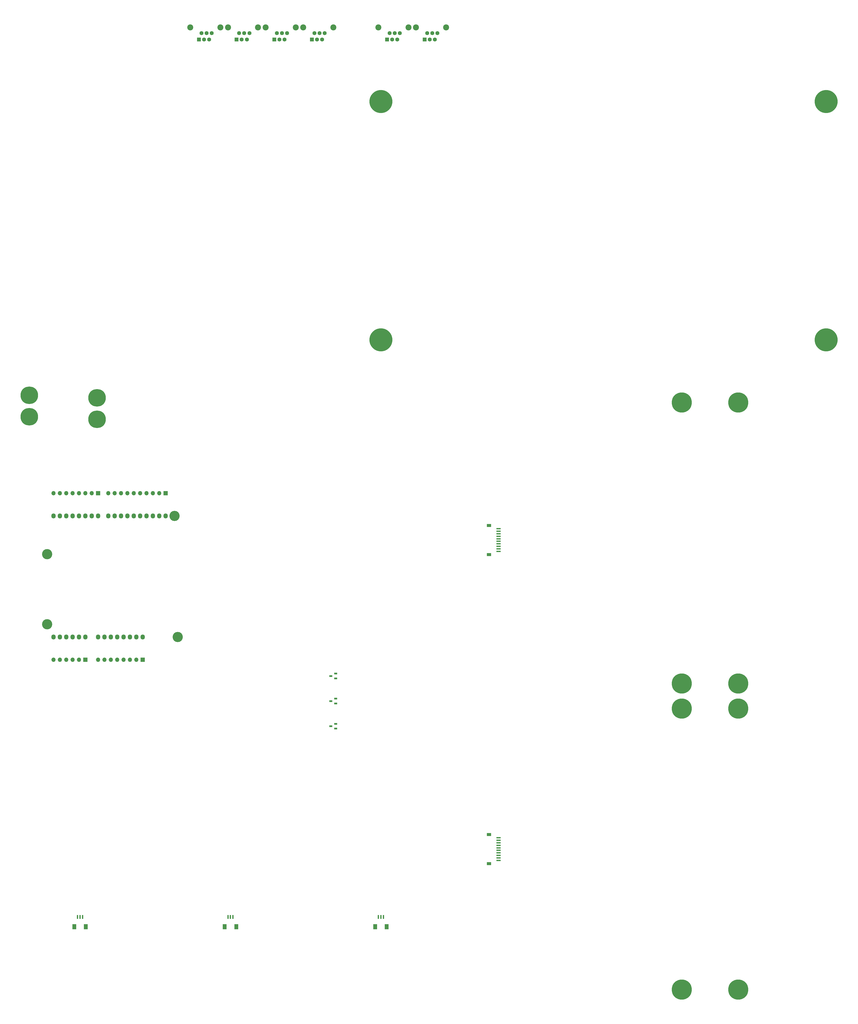
<source format=gts>
G04 #@! TF.GenerationSoftware,KiCad,Pcbnew,(5.1.9)-1*
G04 #@! TF.CreationDate,2022-01-25T19:13:17-07:00*
G04 #@! TF.ProjectId,Lifting_Mech_PCB_Mount,4c696674-696e-4675-9f4d-6563685f5043,rev?*
G04 #@! TF.SameCoordinates,Original*
G04 #@! TF.FileFunction,Soldermask,Top*
G04 #@! TF.FilePolarity,Negative*
%FSLAX46Y46*%
G04 Gerber Fmt 4.6, Leading zero omitted, Abs format (unit mm)*
G04 Created by KiCad (PCBNEW (5.1.9)-1) date 2022-01-25 19:13:17*
%MOMM*%
%LPD*%
G01*
G04 APERTURE LIST*
%ADD10C,8.000000*%
%ADD11C,7.000000*%
%ADD12R,0.600000X1.550000*%
%ADD13R,1.500000X2.000000*%
%ADD14R,1.250000X0.700000*%
%ADD15C,2.400000*%
%ADD16C,1.600000*%
%ADD17R,1.600000X1.600000*%
%ADD18O,1.727200X2.032000*%
%ADD19C,4.064000*%
%ADD20R,1.700000X0.600000*%
%ADD21R,1.800000X1.200000*%
%ADD22C,9.200000*%
%ADD23R,1.700000X1.700000*%
%ADD24O,1.700000X1.700000*%
G04 APERTURE END LIST*
D10*
X300000000Y-153000000D03*
D11*
X66798000Y-159685000D03*
X66798000Y-151135000D03*
X39748000Y-158685000D03*
X39748000Y-150135000D03*
D12*
X59000000Y-358062000D03*
X60000000Y-358062000D03*
X61000000Y-358062000D03*
D13*
X62300000Y-361938000D03*
X57700000Y-361938000D03*
D12*
X179000000Y-358062000D03*
X180000000Y-358062000D03*
X181000000Y-358062000D03*
D13*
X182300000Y-361938000D03*
X177700000Y-361938000D03*
D12*
X119000000Y-358062000D03*
X120000000Y-358062000D03*
X121000000Y-358062000D03*
D13*
X122300000Y-361938000D03*
X117700000Y-361938000D03*
D14*
X162000000Y-282950000D03*
X162000000Y-281050000D03*
X160000000Y-282000000D03*
X162000000Y-272950000D03*
X162000000Y-271050000D03*
X160000000Y-272000000D03*
X162000000Y-262950000D03*
X162000000Y-261050000D03*
X160000000Y-262000000D03*
D15*
X116000000Y-3430000D03*
X104000000Y-3430000D03*
D16*
X110510000Y-5730000D03*
X109490000Y-8270000D03*
X108470000Y-5730000D03*
D17*
X107450000Y-8270000D03*
D16*
X112550000Y-5730000D03*
X111530000Y-8270000D03*
D15*
X131000000Y-3430000D03*
X119000000Y-3430000D03*
D16*
X125510000Y-5730000D03*
X124490000Y-8270000D03*
X123470000Y-5730000D03*
D17*
X122450000Y-8270000D03*
D16*
X127550000Y-5730000D03*
X126530000Y-8270000D03*
D15*
X146000000Y-3430000D03*
X134000000Y-3430000D03*
D16*
X140510000Y-5730000D03*
X139490000Y-8270000D03*
X138470000Y-5730000D03*
D17*
X137450000Y-8270000D03*
D16*
X142550000Y-5730000D03*
X141530000Y-8270000D03*
D15*
X161000000Y-3430000D03*
X149000000Y-3430000D03*
D16*
X155510000Y-5730000D03*
X154490000Y-8270000D03*
X153470000Y-5730000D03*
D17*
X152450000Y-8270000D03*
D16*
X157550000Y-5730000D03*
X156530000Y-8270000D03*
D15*
X191000000Y-3430000D03*
X179000000Y-3430000D03*
D16*
X185510000Y-5730000D03*
X184490000Y-8270000D03*
X183470000Y-5730000D03*
D17*
X182450000Y-8270000D03*
D16*
X187550000Y-5730000D03*
X186530000Y-8270000D03*
D15*
X206000000Y-3430000D03*
X194000000Y-3430000D03*
D16*
X200510000Y-5730000D03*
X199490000Y-8270000D03*
X198470000Y-5730000D03*
D17*
X197450000Y-8270000D03*
D16*
X202550000Y-5730000D03*
X201530000Y-8270000D03*
D18*
X84968000Y-246485000D03*
X82428000Y-246485000D03*
X79888000Y-246485000D03*
X77348000Y-246485000D03*
X74808000Y-246485000D03*
X72268000Y-246485000D03*
X69728000Y-246485000D03*
X67188000Y-246485000D03*
X62108000Y-246485000D03*
X59568000Y-246485000D03*
X57028000Y-246485000D03*
X54488000Y-246485000D03*
X51948000Y-246485000D03*
X49408000Y-246485000D03*
X94112000Y-198225000D03*
X91572000Y-198225000D03*
X89032000Y-198225000D03*
X86492000Y-198225000D03*
X83952000Y-198225000D03*
X81412000Y-198225000D03*
X78872000Y-198225000D03*
X76332000Y-198225000D03*
X73792000Y-198225000D03*
X71252000Y-198225000D03*
X67188000Y-198225000D03*
X64648000Y-198225000D03*
X62108000Y-198225000D03*
X59568000Y-198225000D03*
X57028000Y-198225000D03*
X54488000Y-198225000D03*
X51948000Y-198225000D03*
X49408000Y-198225000D03*
D19*
X98938000Y-246485000D03*
X46868000Y-241405000D03*
X97668000Y-198225000D03*
X46868000Y-213465000D03*
D20*
X226938000Y-327500000D03*
X226938000Y-326500000D03*
X226937000Y-335500000D03*
X226937000Y-334500000D03*
X226937000Y-333500000D03*
X226937000Y-332500000D03*
X226937000Y-331500000D03*
X226937000Y-330500000D03*
X226937000Y-329500000D03*
X226937000Y-328500000D03*
D21*
X223062000Y-325200000D03*
X223062000Y-336800000D03*
X223062000Y-213600000D03*
X223062000Y-202000000D03*
D20*
X226937000Y-205300000D03*
X226937000Y-206300000D03*
X226937000Y-207300000D03*
X226937000Y-208300000D03*
X226937000Y-209300000D03*
X226937000Y-210300000D03*
X226937000Y-211300000D03*
X226937000Y-212300000D03*
X226938000Y-203300000D03*
X226938000Y-204300000D03*
D22*
X180000000Y-128000000D03*
X357500000Y-128000000D03*
X357500000Y-33000000D03*
X180000000Y-33000000D03*
D10*
X300000000Y-265000000D03*
X322500000Y-265000000D03*
X300000000Y-387000000D03*
X322500000Y-153000000D03*
X300000000Y-275000000D03*
X322500000Y-275000000D03*
X322500000Y-387000000D03*
D23*
X84968000Y-255530000D03*
D24*
X82428000Y-255530000D03*
X79888000Y-255530000D03*
X77348000Y-255530000D03*
X74808000Y-255530000D03*
X72268000Y-255530000D03*
X69728000Y-255530000D03*
X67188000Y-255530000D03*
D23*
X62108000Y-255530000D03*
D24*
X59568000Y-255530000D03*
X57028000Y-255530000D03*
X54488000Y-255530000D03*
X51948000Y-255530000D03*
X49408000Y-255530000D03*
D23*
X94112000Y-189180000D03*
D24*
X91572000Y-189180000D03*
X89032000Y-189180000D03*
X86492000Y-189180000D03*
X83952000Y-189180000D03*
X81412000Y-189180000D03*
X78872000Y-189180000D03*
X76332000Y-189180000D03*
X73792000Y-189180000D03*
X71252000Y-189180000D03*
X49408000Y-189180000D03*
X51948000Y-189180000D03*
X54488000Y-189180000D03*
X57028000Y-189180000D03*
X59568000Y-189180000D03*
X62108000Y-189180000D03*
X64648000Y-189180000D03*
D23*
X67188000Y-189180000D03*
M02*

</source>
